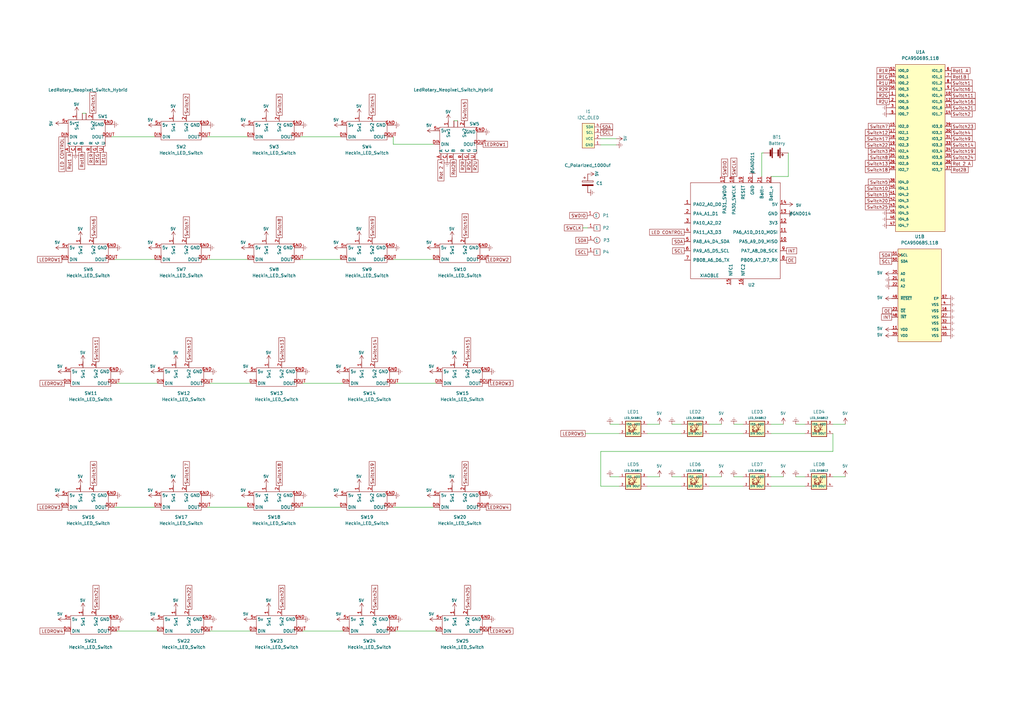
<source format=kicad_sch>
(kicad_sch (version 20211123) (generator eeschema)
  (paper "A3")
  (wire (pts (xy 323.342 72.39) (xy 323.342 62.738)))
  (wire (pts (xy 346.71 173.99) (xy 341.63 173.99)))
  (wire (pts (xy 341.63 177.8) (xy 341.63 185.166)))
  (wire (pts (xy 346.71 195.58) (xy 341.63 195.58)))
  (wire (pts (xy 45.72 56.134) (xy 63.5 56.134)))
  (wire (pts (xy 295.91 195.58) (xy 290.83 195.58)))
  (wire (pts (xy 86.106 157.226) (xy 102.616 157.226)))
  (wire (pts (xy 162.306 258.826) (xy 178.816 258.826)))
  (wire (pts (xy 239.014 93.472) (xy 241.046 93.472)))
  (wire (pts (xy 161.29 59.182) (xy 177.8 59.182)))
  (wire (pts (xy 85.09 56.134) (xy 101.6 56.134)))
  (wire (pts (xy 246.38 185.166) (xy 246.38 199.39)))
  (wire (pts (xy 321.31 173.99) (xy 316.23 173.99)))
  (wire (pts (xy 161.29 56.134) (xy 161.29 59.182)))
  (wire (pts (xy 161.29 106.426) (xy 177.8 106.426)))
  (wire (pts (xy 123.19 106.426) (xy 139.7 106.426)))
  (wire (pts (xy 124.206 157.226) (xy 140.716 157.226)))
  (wire (pts (xy 46.99 208.026) (xy 63.5 208.026)))
  (wire (pts (xy 275.59 173.99) (xy 279.4 173.99)))
  (wire (pts (xy 123.19 56.134) (xy 139.7 56.134)))
  (wire (pts (xy 252.73 59.436) (xy 246.38 59.436)))
  (wire (pts (xy 321.31 195.58) (xy 316.23 195.58)))
  (wire (pts (xy 250.19 195.58) (xy 254 195.58)))
  (wire (pts (xy 33.782 46.482) (xy 35.306 46.482)))
  (wire (pts (xy 326.39 173.99) (xy 330.2 173.99)))
  (wire (pts (xy 86.106 258.826) (xy 102.616 258.826)))
  (wire (pts (xy 290.83 199.39) (xy 304.8 199.39)))
  (wire (pts (xy 265.43 199.39) (xy 279.4 199.39)))
  (wire (pts (xy 326.39 195.58) (xy 330.2 195.58)))
  (wire (pts (xy 312.42 62.738) (xy 312.42 72.39)))
  (wire (pts (xy 300.99 173.99) (xy 304.8 173.99)))
  (wire (pts (xy 124.206 258.826) (xy 140.716 258.826)))
  (wire (pts (xy 265.43 177.8) (xy 279.4 177.8)))
  (wire (pts (xy 275.59 195.58) (xy 279.4 195.58)))
  (wire (pts (xy 46.99 106.426) (xy 63.5 106.426)))
  (wire (pts (xy 161.29 208.026) (xy 177.8 208.026)))
  (wire (pts (xy 162.306 157.226) (xy 178.816 157.226)))
  (wire (pts (xy 300.99 195.58) (xy 304.8 195.58)))
  (wire (pts (xy 316.23 72.39) (xy 323.342 72.39)))
  (wire (pts (xy 341.63 185.166) (xy 246.38 185.166)))
  (wire (pts (xy 186.182 49.53) (xy 187.706 49.53)))
  (wire (pts (xy 316.23 199.39) (xy 330.2 199.39)))
  (wire (pts (xy 290.83 177.8) (xy 304.8 177.8)))
  (wire (pts (xy 270.51 173.99) (xy 265.43 173.99)))
  (wire (pts (xy 48.006 258.826) (xy 64.516 258.826)))
  (wire (pts (xy 270.51 195.58) (xy 265.43 195.58)))
  (wire (pts (xy 85.09 208.026) (xy 101.6 208.026)))
  (wire (pts (xy 295.91 173.99) (xy 290.83 173.99)))
  (wire (pts (xy 246.38 199.39) (xy 254 199.39)))
  (wire (pts (xy 85.09 106.426) (xy 101.6 106.426)))
  (wire (pts (xy 48.006 157.226) (xy 64.516 157.226)))
  (wire (pts (xy 316.23 177.8) (xy 330.2 177.8)))
  (wire (pts (xy 313.182 62.738) (xy 312.42 62.738)))
  (wire (pts (xy 252.73 56.896) (xy 246.38 56.896)))
  (wire (pts (xy 250.19 173.99) (xy 254 173.99)))
  (wire (pts (xy 123.19 208.026) (xy 139.7 208.026)))
  (wire (pts (xy 240.03 177.8) (xy 254 177.8)))
  (global_label "Switch9" (shape passive) (at 390.144 56.896 0) (property "Intersheet References" "${INTERSHEET_REFS}" (effects hide)))
  (global_label "Switch4" (shape passive) (at 390.144 54.356 0) (property "Intersheet References" "${INTERSHEET_REFS}" (effects hide)))
  (global_label "Rot1B" (shape passive) (at 33.528 62.484 270) (property "Intersheet References" "${INTERSHEET_REFS}" (effects hide)))
  (global_label "R1G" (shape passive) (at 364.744 31.496 180) (property "Intersheet References" "${INTERSHEET_REFS}" (effects hide)))
  (global_label "Switch1" (shape passive) (at 390.144 34.036 0) (property "Intersheet References" "${INTERSHEET_REFS}" (effects hide)))
  (global_label "INT" (shape passive) (at 322.58 102.87 0) (property "Intersheet References" "${INTERSHEET_REFS}" (effects hide)))
  (global_label "Switch25" (shape passive) (at 191.77 249.936 90) (property "Intersheet References" "${INTERSHEET_REFS}" (effects hide)))
  (global_label "Switch22" (shape passive) (at 77.47 249.936 90) (property "Intersheet References" "${INTERSHEET_REFS}" (effects hide)))
  (global_label "OE" (shape passive) (at 322.58 106.68 0) (property "Intersheet References" "${INTERSHEET_REFS}" (effects hide)))
  (global_label "SWDIO" (shape passive) (at 297.18 72.39 90) (property "Intersheet References" "${INTERSHEET_REFS}" (effects hide)))
  (global_label "R1U" (shape passive) (at 42.418 62.484 270) (property "Intersheet References" "${INTERSHEET_REFS}" (effects hide)))
  (global_label "Switch19" (shape passive) (at 152.654 199.136 90) (property "Intersheet References" "${INTERSHEET_REFS}" (effects hide)))
  (global_label "SWCLK" (shape passive) (at 300.99 72.39 90) (property "Intersheet References" "${INTERSHEET_REFS}" (effects hide)))
  (global_label "Switch21" (shape passive) (at 39.37 249.936 90) (property "Intersheet References" "${INTERSHEET_REFS}" (effects hide)))
  (global_label "Switch22" (shape passive) (at 364.744 59.436 180) (property "Intersheet References" "${INTERSHEET_REFS}" (effects hide)))
  (global_label "OE" (shape passive) (at 365.76 127.508 180) (property "Intersheet References" "${INTERSHEET_REFS}" (effects hide)))
  (global_label "Switch24" (shape passive) (at 153.67 249.936 90) (property "Intersheet References" "${INTERSHEET_REFS}" (effects hide)))
  (global_label "Rot 2 A" (shape passive) (at 390.144 67.056 0) (property "Intersheet References" "${INTERSHEET_REFS}" (effects hide)))
  (global_label "R2G" (shape passive) (at 192.278 65.532 270) (property "Intersheet References" "${INTERSHEET_REFS}" (effects hide)))
  (global_label "Rot1B" (shape passive) (at 390.144 31.496 0) (property "Intersheet References" "${INTERSHEET_REFS}" (effects hide)))
  (global_label "Switch20" (shape passive) (at 190.754 199.136 90) (property "Intersheet References" "${INTERSHEET_REFS}" (effects hide)))
  (global_label "INT" (shape passive) (at 365.76 130.048 180) (property "Intersheet References" "${INTERSHEET_REFS}" (effects hide)))
  (global_label "LED CONTROL" (shape passive) (at 280.67 95.25 180) (property "Intersheet References" "${INTERSHEET_REFS}" (effects hide)))
  (global_label "Switch12" (shape passive) (at 77.47 148.336 90) (property "Intersheet References" "${INTERSHEET_REFS}" (effects hide)))
  (global_label "Switch16" (shape passive) (at 390.144 41.656 0) (property "Intersheet References" "${INTERSHEET_REFS}" (effects hide)))
  (global_label "Switch5" (shape passive) (at 364.744 74.676 180) (property "Intersheet References" "${INTERSHEET_REFS}" (effects hide)))
  (global_label "Switch21" (shape passive) (at 390.144 44.196 0) (property "Intersheet References" "${INTERSHEET_REFS}" (effects hide)))
  (global_label "Switch20" (shape passive) (at 364.744 82.296 180) (property "Intersheet References" "${INTERSHEET_REFS}" (effects hide)))
  (global_label "Switch14" (shape passive) (at 153.67 148.336 90) (property "Intersheet References" "${INTERSHEET_REFS}" (effects hide)))
  (global_label "Switch12" (shape passive) (at 364.744 54.356 180) (property "Intersheet References" "${INTERSHEET_REFS}" (effects hide)))
  (global_label "R2G" (shape passive) (at 364.744 39.116 180) (property "Intersheet References" "${INTERSHEET_REFS}" (effects hide)))
  (global_label "Switch7" (shape passive) (at 76.454 97.536 90) (property "Intersheet References" "${INTERSHEET_REFS}" (effects hide)))
  (global_label "Switch23" (shape passive) (at 390.144 51.816 0) (property "Intersheet References" "${INTERSHEET_REFS}" (effects hide)))
  (global_label "Switch25" (shape passive) (at 364.744 84.836 180) (property "Intersheet References" "${INTERSHEET_REFS}" (effects hide)))
  (global_label "LEDROW5" (shape passive) (at 240.03 177.8 180) (property "Intersheet References" "${INTERSHEET_REFS}" (effects hide)))
  (global_label "SCL" (shape passive) (at 280.67 102.87 180) (property "Intersheet References" "${INTERSHEET_REFS}" (effects hide)))
  (global_label "Switch24" (shape passive) (at 390.144 64.516 0) (property "Intersheet References" "${INTERSHEET_REFS}" (effects hide)))
  (global_label "Switch15" (shape passive) (at 191.77 148.336 90) (property "Intersheet References" "${INTERSHEET_REFS}" (effects hide)))
  (global_label "R2R" (shape passive) (at 189.738 65.532 270) (property "Intersheet References" "${INTERSHEET_REFS}" (effects hide)))
  (global_label "SDA" (shape passive) (at 241.046 98.552 180) (property "Intersheet References" "${INTERSHEET_REFS}" (effects hide)))
  (global_label "Rot2B" (shape passive) (at 185.928 65.532 270) (property "Intersheet References" "${INTERSHEET_REFS}" (effects hide)))
  (global_label "Switch9" (shape passive) (at 152.654 97.536 90) (property "Intersheet References" "${INTERSHEET_REFS}" (effects hide)))
  (global_label "LEDROW1" (shape passive) (at 198.12 59.182 0) (property "Intersheet References" "${INTERSHEET_REFS}" (effects hide)))
  (global_label "Switch6" (shape passive) (at 390.144 36.576 0) (property "Intersheet References" "${INTERSHEET_REFS}" (effects hide)))
  (global_label "Switch8" (shape passive) (at 114.554 97.536 90) (property "Intersheet References" "${INTERSHEET_REFS}" (effects hide)))
  (global_label "Switch1" (shape passive) (at 38.1 46.482 90) (property "Intersheet References" "${INTERSHEET_REFS}" (effects hide)))
  (global_label "Switch6" (shape passive) (at 38.354 97.536 90) (property "Intersheet References" "${INTERSHEET_REFS}" (effects hide)))
  (global_label "Switch10" (shape passive) (at 364.744 77.216 180) (property "Intersheet References" "${INTERSHEET_REFS}" (effects hide)))
  (global_label "Rot1 A" (shape passive) (at 390.144 28.956 0) (property "Intersheet References" "${INTERSHEET_REFS}" (effects hide)))
  (global_label "Switch16" (shape passive) (at 38.354 199.136 90) (property "Intersheet References" "${INTERSHEET_REFS}" (effects hide)))
  (global_label "Switch19" (shape passive) (at 390.144 61.976 0) (property "Intersheet References" "${INTERSHEET_REFS}" (effects hide)))
  (global_label "R1R" (shape passive) (at 37.338 62.484 270) (property "Intersheet References" "${INTERSHEET_REFS}" (effects hide)))
  (global_label "LEDROW2" (shape passive) (at 26.416 157.226 180) (property "Intersheet References" "${INTERSHEET_REFS}" (effects hide)))
  (global_label "Switch8" (shape passive) (at 364.744 64.516 180) (property "Intersheet References" "${INTERSHEET_REFS}" (effects hide)))
  (global_label "Switch7" (shape passive) (at 364.744 51.816 180) (property "Intersheet References" "${INTERSHEET_REFS}" (effects hide)))
  (global_label "Switch2" (shape passive) (at 390.144 46.736 0) (property "Intersheet References" "${INTERSHEET_REFS}" (effects hide)))
  (global_label "Switch10" (shape passive) (at 190.754 97.536 90) (property "Intersheet References" "${INTERSHEET_REFS}" (effects hide)))
  (global_label "R1G" (shape passive) (at 39.878 62.484 270) (property "Intersheet References" "${INTERSHEET_REFS}" (effects hide)))
  (global_label "SDA" (shape passive) (at 280.67 99.06 180) (property "Intersheet References" "${INTERSHEET_REFS}" (effects hide)))
  (global_label "LEDROW4" (shape passive) (at 199.39 208.026 0) (property "Intersheet References" "${INTERSHEET_REFS}" (effects hide)))
  (global_label "Switch4" (shape passive) (at 152.654 47.244 90) (property "Intersheet References" "${INTERSHEET_REFS}" (effects hide)))
  (global_label "Switch2" (shape passive) (at 76.454 47.244 90) (property "Intersheet References" "${INTERSHEET_REFS}" (effects hide)))
  (global_label "Switch5" (shape passive) (at 190.5 49.53 90) (property "Intersheet References" "${INTERSHEET_REFS}" (effects hide)))
  (global_label "Rot1 A" (shape passive) (at 28.448 62.484 270) (property "Intersheet References" "${INTERSHEET_REFS}" (effects hide)))
  (global_label "LEDROW5" (shape passive) (at 200.406 258.826 0) (property "Intersheet References" "${INTERSHEET_REFS}" (effects hide)))
  (global_label "Switch11" (shape passive) (at 390.144 39.116 0) (property "Intersheet References" "${INTERSHEET_REFS}" (effects hide)))
  (global_label "LEDROW4" (shape passive) (at 26.416 258.826 180) (property "Intersheet References" "${INTERSHEET_REFS}" (effects hide)))
  (global_label "LEDROW3" (shape passive) (at 25.4 208.026 180) (property "Intersheet References" "${INTERSHEET_REFS}" (effects hide)))
  (global_label "Switch15" (shape passive) (at 364.744 79.756 180) (property "Intersheet References" "${INTERSHEET_REFS}" (effects hide)))
  (global_label "Switch23" (shape passive) (at 115.57 249.936 90) (property "Intersheet References" "${INTERSHEET_REFS}" (effects hide)))
  (global_label "LEDROW3" (shape passive) (at 200.406 157.226 0) (property "Intersheet References" "${INTERSHEET_REFS}" (effects hide)))
  (global_label "SCL" (shape passive) (at 246.38 54.356 0) (property "Intersheet References" "${INTERSHEET_REFS}" (effects hide)))
  (global_label "Switch11" (shape passive) (at 39.37 148.336 90) (property "Intersheet References" "${INTERSHEET_REFS}" (effects hide)))
  (global_label "Switch18" (shape passive) (at 364.744 69.596 180) (property "Intersheet References" "${INTERSHEET_REFS}" (effects hide)))
  (global_label "Switch17" (shape passive) (at 364.744 56.896 180) (property "Intersheet References" "${INTERSHEET_REFS}" (effects hide)))
  (global_label "Switch13" (shape passive) (at 364.744 67.056 180) (property "Intersheet References" "${INTERSHEET_REFS}" (effects hide)))
  (global_label "SDA" (shape passive) (at 246.38 52.07 0) (property "Intersheet References" "${INTERSHEET_REFS}" (effects hide)))
  (global_label "R2U" (shape passive) (at 194.818 65.532 270) (property "Intersheet References" "${INTERSHEET_REFS}" (effects hide)))
  (global_label "R2U" (shape passive) (at 364.744 41.656 180) (property "Intersheet References" "${INTERSHEET_REFS}" (effects hide)))
  (global_label "SDA" (shape passive) (at 365.76 104.648 180) (property "Intersheet References" "${INTERSHEET_REFS}" (effects hide)))
  (global_label "SCL" (shape passive) (at 365.76 107.188 180) (property "Intersheet References" "${INTERSHEET_REFS}" (effects hide)))
  (global_label "LEDROW1" (shape passive) (at 25.4 106.426 180) (property "Intersheet References" "${INTERSHEET_REFS}" (effects hide)))
  (global_label "LED CONTROL" (shape passive) (at 25.4 56.134 270) (property "Intersheet References" "${INTERSHEET_REFS}" (effects hide)))
  (global_label "LEDROW2" (shape passive) (at 199.39 106.426 0) (property "Intersheet References" "${INTERSHEET_REFS}" (effects hide)))
  (global_label "Switch13" (shape passive) (at 115.57 148.336 90) (property "Intersheet References" "${INTERSHEET_REFS}" (effects hide)))
  (global_label "Switch17" (shape passive) (at 76.454 199.136 90) (property "Intersheet References" "${INTERSHEET_REFS}" (effects hide)))
  (global_label "R1U" (shape passive) (at 364.744 34.036 180) (property "Intersheet References" "${INTERSHEET_REFS}" (effects hide)))
  (global_label "Rot 2 A" (shape passive) (at 180.848 65.532 270) (property "Intersheet References" "${INTERSHEET_REFS}" (effects hide)))
  (global_label "Switch3" (shape passive) (at 114.554 47.244 90) (property "Intersheet References" "${INTERSHEET_REFS}" (effects hide)))
  (global_label "Rot2B" (shape passive) (at 390.144 69.596 0) (property "Intersheet References" "${INTERSHEET_REFS}" (effects hide)))
  (global_label "Switch14" (shape passive) (at 390.144 59.436 0) (property "Intersheet References" "${INTERSHEET_REFS}" (effects hide)))
  (global_label "R2R" (shape passive) (at 364.744 36.576 180) (property "Intersheet References" "${INTERSHEET_REFS}" (effects hide)))
  (global_label "Switch18" (shape passive) (at 114.554 199.136 90) (property "Intersheet References" "${INTERSHEET_REFS}" (effects hide)))
  (global_label "SWDIO" (shape passive) (at 240.792 88.392 180) (property "Intersheet References" "${INTERSHEET_REFS}" (effects hide)))
  (global_label "SCL" (shape passive) (at 241.046 103.378 180) (property "Intersheet References" "${INTERSHEET_REFS}" (effects hide)))
  (global_label "SWCLK" (shape passive) (at 239.014 93.472 180) (property "Intersheet References" "${INTERSHEET_REFS}" (effects hide)))
  (global_label "Switch3" (shape passive) (at 364.744 61.976 180) (property "Intersheet References" "${INTERSHEET_REFS}" (effects hide)))
  (global_label "R1R" (shape passive) (at 364.744 28.956 180) (property "Intersheet References" "${INTERSHEET_REFS}" (effects hide)))
  (symbol (lib_id "Custom:Heckin_LED_Switch") (at 187.706 209.296 0) (unit 1)
    (property "Reference" "SW20" (at 188.6204 212.09 0))
    (property "Value" "Heckin_LED_Switch" (at 188.6204 214.63 0))
    (property "Footprint" "Custom:xX_Super_Heckin_Valid_MX_CHOC_SK6812MINIE_ONESIDE_KEYSWITCH_UwU_Xx" (effects hide))
  )
  (symbol (lib_id "power:Earth") (at 388.62 122.428 90) (unit 1)
    (property "Reference" "#GND024" (effects hide))
    (property "Value" "Earth" (effects hide))
  )
  (symbol (lib_id "power:Earth") (at 388.62 132.588 90) (unit 1)
    (property "Reference" "#GND028" (effects hide))
    (property "Value" "Earth" (effects hide))
  )
  (symbol (lib_id "SparkFun-PowerSymbols:5V") (at 72.136 249.936 0) (unit 1)
    (property "Reference" "#SUPPLY055" (effects hide))
    (property "Value" "5V" (at 70.866 246.888 0) (effects (font (size 1.143 1.143)) (justify left bottom)))
    (property "Footprint" "XXX-00000" (effects hide))
  )
  (symbol (lib_id "power:Earth") (at 46.99 101.6 90) (unit 1)
    (property "Reference" "#GND017" (effects hide))
    (property "Value" "Earth" (effects hide))
  )
  (symbol (lib_id "SparkFun-PowerSymbols:5V") (at 101.6 101.6 90) (unit 1)
    (property "Reference" "#SUPPLY019" (effects hide))
    (property "Value" "5V" (at 100.838 98.806 90) (effects (font (size 1.143 1.143)) (justify left bottom)))
    (property "Footprint" "XXX-00000" (effects hide))
  )
  (symbol (lib_id "SparkFun-PowerSymbols:5V") (at 101.6 203.2 90) (unit 1)
    (property "Reference" "#SUPPLY051" (effects hide))
    (property "Value" "5V" (at 100.838 200.406 90) (effects (font (size 1.143 1.143)) (justify left bottom)))
    (property "Footprint" "XXX-00000" (effects hide))
  )
  (symbol (lib_id "Custom:Pin_S") (at 244.856 93.472 0) (unit 1)
    (property "Reference" "P2" (at 247.142 93.4719 0) (effects (justify left)))
    (property "Value" "Pin_S" (effects hide))
    (property "Footprint" "TestPoint:TestPoint_THTPad_2.0x2.0mm_Drill1.0mm" (effects hide))
  )
  (symbol (lib_id "SparkFun-PowerSymbols:5V") (at 109.22 47.244 0) (unit 1)
    (property "Reference" "#SUPPLY03" (effects hide))
    (property "Value" "5V" (at 107.95 44.196 0) (effects (font (size 1.143 1.143)) (justify left bottom)))
    (property "Footprint" "XXX-00000" (effects hide))
  )
  (symbol (lib_id "power:Earth") (at 308.61 72.39 180) (unit 1)
    (property "Reference" "#GND011" (at 308.61 66.802 90))
    (property "Value" "Earth" (effects hide))
  )
  (symbol (lib_id "SparkFun-PowerSymbols:5V") (at 147.32 47.244 0) (unit 1)
    (property "Reference" "#SUPPLY04" (effects hide))
    (property "Value" "5V" (at 146.05 44.196 0) (effects (font (size 1.143 1.143)) (justify left bottom)))
    (property "Footprint" "XXX-00000" (effects hide))
  )
  (symbol (lib_id "SparkFun-PowerSymbols:5V") (at 365.76 135.128 90) (unit 1)
    (property "Reference" "#SUPPLY024" (effects hide))
    (property "Value" "5V" (at 361.95 134.112 90) (effects (font (size 1.143 1.143)) (justify left bottom)))
    (property "Footprint" "XXX-00000" (effects hide))
  )
  (symbol (lib_id "eec:PCA9506BS,118") (at 362.204 28.956 0) (unit 1)
    (property "Reference" "U1" (at 377.444 21.336 0))
    (property "Value" "PCA9506BS,118" (at 377.444 23.876 0))
    (property "Footprint" "eec:NXP_Semiconductors-PCA9506BS,118-Manufacturer_Recommended" (effects hide))
    (property "Datasheet" "http://www.nxp.com/documents/data_sheet/PCA9505_9506.pdf" (effects hide))
    (property "Component Link 1 Description" "Manufacturer URL" (effects hide))
    (property "Component Link 1 URL" "http://www.nxp.com/" (effects hide))
    (property "Component Link 3 Description" "Package Specification" (effects hide))
    (property "Component Link 3 URL" "http://www.nxp.com/documents/outline_drawing/sot684-1_po.pdf" (effects hide))
    (property "Datasheet Version" "Rev. 4" (effects hide))
    (property "IDD 5 5 V" "300 uA Max." (effects hide))
    (property "Mounting Technology" "Surface Mount" (effects hide))
    (property "Nr of Bits" "40" (effects hide))
    (property "Operating Temperature Range" "-40 to 85 degC" (effects hide))
    (property "Package Description" "56-Pin Plastic Thermal Enhanced Very Thin Quad Flat Package, Body 8 x 8 mm, Pitch 0.50 mm" (effects hide))
    (property "Package Version" "Oct-02" (effects hide))
    (property "Packing" "Reel" (effects hide))
    (property "VDD" "2.3 to 5.5 V" (effects hide))
    (property "category" "IC" (effects hide))
    (property "ciiva ids" "1226981" (effects hide))
    (property "library id" "b50e519592e36b96" (effects hide))
    (property "manufacturer" "NXP Semiconductors" (effects hide))
    (property "release date" "1415010239" (effects hide))
    (property "rohs" "Yes" (effects hide))
    (property "vault revision" "B96E29AF-AB9F-4E9A-A7E6-423498F1ED1F" (effects hide))
    (property "fSCLFast mode" "400 kHz Max." (effects hide))
    (property "fSCLStandard mode" "100 kHz Max." (effects hide))
    (property "imported" "yes" (effects hide))
  )
  (symbol (lib_id "power:Earth") (at 162.306 152.4 90) (unit 1)
    (property "Reference" "#GND034" (effects hide))
    (property "Value" "Earth" (effects hide))
  )
  (symbol (lib_id "SparkFun-PowerSymbols:5V") (at 365.76 112.268 90) (unit 1)
    (property "Reference" "#SUPPLY022" (effects hide))
    (property "Value" "5V" (at 361.95 111.252 90) (effects (font (size 1.143 1.143)) (justify left bottom)))
    (property "Footprint" "XXX-00000" (effects hide))
  )
  (symbol (lib_id "Seeeduino XIAO:XIAOBLE") (at 302.26 95.25 0) (unit 1)
    (property "Reference" "U2" (at 306.8194 116.84 0) (effects (justify left)))
    (property "Value" "XIAOBLE" (at 287.02 113.03 0) (effects (justify left)))
    (property "Footprint" "Seeeduino XIAO KICAD:Seeeduino XIAO-MOUDLE14P-2.54-21X17.8MM" (effects hide))
  )
  (symbol (lib_id "SparkFun-PowerSymbols:5V") (at 148.336 148.336 0) (unit 1)
    (property "Reference" "#SUPPLY029" (effects hide))
    (property "Value" "5V" (at 147.066 145.288 0) (effects (font (size 1.143 1.143)) (justify left bottom)))
    (property "Footprint" "XXX-00000" (effects hide))
  )
  (symbol (lib_id "SparkFun-PowerSymbols:5V") (at 185.42 97.536 0) (unit 1)
    (property "Reference" "#SUPPLY016" (effects hide))
    (property "Value" "5V" (at 184.15 94.488 0) (effects (font (size 1.143 1.143)) (justify left bottom)))
    (property "Footprint" "XXX-00000" (effects hide))
  )
  (symbol (lib_id "power:Earth") (at 30.988 62.484 0) (unit 1)
    (property "Reference" "#GND09" (effects hide))
    (property "Value" "Earth" (effects hide))
  )
  (symbol (lib_id "power:Earth") (at 388.62 127.508 90) (unit 1)
    (property "Reference" "#GND026" (effects hide))
    (property "Value" "Earth" (effects hide))
  )
  (symbol (lib_id "Custom:LED_SK6812") (at 261.62 199.39 0) (unit 1)
    (property "Reference" "LED5" (at 259.715 190.5 0))
    (property "Value" "LED_SK6812" (at 259.715 193.04 0) (effects (font (size 0.8 0.8))))
    (property "Footprint" "Custom:Neopixel 2040" (effects hide))
    (property "Datasheet" "https://cdn-shop.adafruit.com/product-files/1138/SK6812+LED+datasheet+.pdf" (effects hide))
  )
  (symbol (lib_id "power:Earth") (at 241.046 78.994 90) (unit 1)
    (property "Reference" "#GND012" (effects hide))
    (property "Value" "Earth" (effects hide))
  )
  (symbol (lib_id "Custom:Heckin_LED_Switch") (at 36.322 260.096 0) (unit 1)
    (property "Reference" "SW21" (at 37.2364 262.89 0))
    (property "Value" "Heckin_LED_Switch" (at 37.2364 265.43 0))
    (property "Footprint" "Custom:xX_Super_Heckin_Valid_MX_CHOC_SK6812MINIE_ONESIDE_KEYSWITCH_UwU_Xx" (effects hide))
  )
  (symbol (lib_id "SparkFun-PowerSymbols:5V") (at 31.496 46.482 0) (unit 1)
    (property "Reference" "#SUPPLY01" (effects hide))
    (property "Value" "5V" (at 30.226 43.434 0) (effects (font (size 1.143 1.143)) (justify left bottom)))
    (property "Footprint" "XXX-00000" (effects hide))
  )
  (symbol (lib_id "Custom:Heckin_LED_Switch") (at 150.622 158.496 0) (unit 1)
    (property "Reference" "SW14" (at 151.5364 161.29 0))
    (property "Value" "Heckin_LED_Switch" (at 151.5364 163.83 0))
    (property "Footprint" "Custom:xX_Super_Heckin_Valid_MX_CHOC_SK6812MINIE_ONESIDE_KEYSWITCH_UwU_Xx" (effects hide))
  )
  (symbol (lib_id "Custom:Heckin_LED_Switch") (at 73.406 209.296 0) (unit 1)
    (property "Reference" "SW17" (at 74.3204 212.09 0))
    (property "Value" "Heckin_LED_Switch" (at 74.3204 214.63 0))
    (property "Footprint" "Custom:xX_Super_Heckin_Valid_MX_CHOC_SK6812MINIE_ONESIDE_KEYSWITCH_UwU_Xx" (effects hide))
  )
  (symbol (lib_id "SparkFun-PowerSymbols:5V") (at 34.036 249.936 0) (unit 1)
    (property "Reference" "#SUPPLY054" (effects hide))
    (property "Value" "5V" (at 32.766 246.888 0) (effects (font (size 1.143 1.143)) (justify left bottom)))
    (property "Footprint" "XXX-00000" (effects hide))
  )
  (symbol (lib_id "power:Earth") (at 365.76 117.348 270) (unit 1)
    (property "Reference" "#GND023" (effects hide))
    (property "Value" "Earth" (effects hide))
  )
  (symbol (lib_id "SparkFun-PowerSymbols:5V") (at 71.12 199.136 0) (unit 1)
    (property "Reference" "#SUPPLY045" (effects hide))
    (property "Value" "5V" (at 69.85 196.088 0) (effects (font (size 1.143 1.143)) (justify left bottom)))
    (property "Footprint" "XXX-00000" (effects hide))
  )
  (symbol (lib_id "power:Earth") (at 364.744 46.736 270) (unit 1)
    (property "Reference" "#GND02" (effects hide))
    (property "Value" "Earth" (effects hide))
  )
  (symbol (lib_id "SparkFun-PowerSymbols:5V") (at 25.4 50.546 90) (unit 1)
    (property "Reference" "#SUPPLY06" (effects hide))
    (property "Value" "5V" (at 21.59 51.816 0) (effects (font (size 1.143 1.143)) (justify left bottom)))
    (property "Footprint" "XXX-00000" (effects hide))
  )
  (symbol (lib_id "SparkFun-PowerSymbols:5V") (at 63.5 101.6 90) (unit 1)
    (property "Reference" "#SUPPLY018" (effects hide))
    (property "Value" "5V" (at 62.738 98.806 90) (effects (font (size 1.143 1.143)) (justify left bottom)))
    (property "Footprint" "XXX-00000" (effects hide))
  )
  (symbol (lib_id "SparkFun-PowerSymbols:5V") (at 148.336 249.936 0) (unit 1)
    (property "Reference" "#SUPPLY057" (effects hide))
    (property "Value" "5V" (at 147.066 246.888 0) (effects (font (size 1.143 1.143)) (justify left bottom)))
    (property "Footprint" "XXX-00000" (effects hide))
  )
  (symbol (lib_id "power:Earth") (at 250.19 173.99 180) (unit 1)
    (property "Reference" "#GND0105" (effects hide))
    (property "Value" "Earth" (effects hide))
  )
  (symbol (lib_id "SparkFun-PowerSymbols:5V") (at 34.036 148.336 0) (unit 1)
    (property "Reference" "#SUPPLY026" (effects hide))
    (property "Value" "5V" (at 32.766 145.288 0) (effects (font (size 1.143 1.143)) (justify left bottom)))
    (property "Footprint" "XXX-00000" (effects hide))
  )
  (symbol (lib_id "power:Earth") (at 86.106 152.4 90) (unit 1)
    (property "Reference" "#GND032" (effects hide))
    (property "Value" "Earth" (effects hide))
  )
  (symbol (lib_id "power:Earth") (at 86.106 254 90) (unit 1)
    (property "Reference" "#GND042" (effects hide))
    (property "Value" "Earth" (effects hide))
  )
  (symbol (lib_id "Custom:LedRotary_Neopixel_Switch_Hybrid") (at 35.56 56.134 0) (unit 1)
    (property "Reference" "SW1" (at 42.164 47.752 0))
    (property "Value" "LedRotary_Neopixel_Switch_Hybrid" (at 36.068 36.8808 0))
    (property "Footprint" "Custom:xX_Super_Heckin_Valid_LED_Rotory_Neopixel_Kailh_MX_Keyswitch_UwU_Xx" (effects hide))
  )
  (symbol (lib_id "SparkFun-PowerSymbols:5V") (at 365.76 122.428 90) (unit 1)
    (property "Reference" "#SUPPLY023" (effects hide))
    (property "Value" "5V" (at 361.95 121.412 90) (effects (font (size 1.143 1.143)) (justify left bottom)))
    (property "Footprint" "XXX-00000" (effects hide))
  )
  (symbol (lib_id "power:Earth") (at 85.09 203.2 90) (unit 1)
    (property "Reference" "#GND037" (effects hide))
    (property "Value" "Earth" (effects hide))
  )
  (symbol (lib_id "SparkFun-PowerSymbols:5V") (at 252.73 56.896 270) (unit 1)
    (property "Reference" "#SUPPLY0101" (effects hide))
    (property "Value" "5V" (at 255.778 55.626 0) (effects (font (size 1.143 1.143)) (justify left bottom)))
    (property "Footprint" "XXX-00000" (effects hide))
  )
  (symbol (lib_id "power:Earth") (at 275.59 195.58 180) (unit 1)
    (property "Reference" "#GND0108" (effects hide))
    (property "Value" "Earth" (effects hide))
  )
  (symbol (lib_id "power:Earth") (at 250.19 195.58 180) (unit 1)
    (property "Reference" "#GND0107" (effects hide))
    (property "Value" "Earth" (effects hide))
  )
  (symbol (lib_id "Custom:Heckin_LED_Switch") (at 149.606 107.696 0) (unit 1)
    (property "Reference" "SW9" (at 150.5204 110.49 0))
    (property "Value" "Heckin_LED_Switch" (at 150.5204 113.03 0))
    (property "Footprint" "Custom:xX_Super_Heckin_Valid_MX_CHOC_SK6812MINIE_ONESIDE_KEYSWITCH_UwU_Xx" (effects hide))
  )
  (symbol (lib_id "Custom:LED_SK6812") (at 337.82 177.8 0) (unit 1)
    (property "Reference" "LED4" (at 335.915 168.91 0))
    (property "Value" "LED_SK6812" (at 335.915 171.45 0) (effects (font (size 0.8 0.8))))
    (property "Footprint" "Custom:Neopixel 2040" (effects hide))
    (property "Datasheet" "https://cdn-shop.adafruit.com/product-files/1138/SK6812+LED+datasheet+.pdf" (effects hide))
  )
  (symbol (lib_id "power:Earth") (at 123.19 101.6 90) (unit 1)
    (property "Reference" "#GND019" (effects hide))
    (property "Value" "Earth" (effects hide))
  )
  (symbol (lib_id "power:Earth") (at 364.744 87.376 270) (unit 1)
    (property "Reference" "#GND013" (effects hide))
    (property "Value" "Earth" (effects hide))
  )
  (symbol (lib_id "power:Earth") (at 275.59 173.99 180) (unit 1)
    (property "Reference" "#GND0106" (effects hide))
    (property "Value" "Earth" (effects hide))
  )
  (symbol (lib_id "power:Earth") (at 85.09 101.6 90) (unit 1)
    (property "Reference" "#GND018" (effects hide))
    (property "Value" "Earth" (effects hide))
  )
  (symbol (lib_id "SparkFun-PowerSymbols:5V") (at 139.7 203.2 90) (unit 1)
    (property "Reference" "#SUPPLY052" (effects hide))
    (property "Value" "5V" (at 138.938 200.406 90) (effects (font (size 1.143 1.143)) (justify left bottom)))
    (property "Footprint" "XXX-00000" (effects hide))
  )
  (symbol (lib_id "SparkFun-PowerSymbols:5V") (at 64.516 254 90) (unit 1)
    (property "Reference" "#SUPPLY060" (effects hide))
    (property "Value" "5V" (at 63.754 251.206 90) (effects (font (size 1.143 1.143)) (justify left bottom)))
    (property "Footprint" "XXX-00000" (effects hide))
  )
  (symbol (lib_id "SparkFun-PowerSymbols:5V") (at 346.71 195.58 0) (unit 1)
    (property "Reference" "#SUPPLY043" (effects hide))
    (property "Value" "5V" (at 345.44 191.77 0) (effects (font (size 1.143 1.143)) (justify left bottom)))
    (property "Footprint" "XXX-00000" (effects hide))
  )
  (symbol (lib_id "Custom:Heckin_LED_Switch") (at 150.622 260.096 0) (unit 1)
    (property "Reference" "SW24" (at 151.5364 262.89 0))
    (property "Value" "Heckin_LED_Switch" (at 151.5364 265.43 0))
    (property "Footprint" "Custom:xX_Super_Heckin_Valid_MX_CHOC_SK6812MINIE_ONESIDE_KEYSWITCH_UwU_Xx" (effects hide))
  )
  (symbol (lib_id "SparkFun-PowerSymbols:5V") (at 186.436 249.936 0) (unit 1)
    (property "Reference" "#SUPPLY058" (effects hide))
    (property "Value" "5V" (at 185.166 246.888 0) (effects (font (size 1.143 1.143)) (justify left bottom)))
    (property "Footprint" "XXX-00000" (effects hide))
  )
  (symbol (lib_id "Custom:LED_SK6812") (at 287.02 177.8 0) (unit 1)
    (property "Reference" "LED2" (at 285.115 168.91 0))
    (property "Value" "LED_SK6812" (at 285.115 171.45 0) (effects (font (size 0.8 0.8))))
    (property "Footprint" "Custom:Neopixel 2040" (effects hide))
    (property "Datasheet" "https://cdn-shop.adafruit.com/product-files/1138/SK6812+LED+datasheet+.pdf" (effects hide))
  )
  (symbol (lib_id "power:Earth") (at 388.62 135.128 90) (unit 1)
    (property "Reference" "#GND029" (effects hide))
    (property "Value" "Earth" (effects hide))
  )
  (symbol (lib_id "eec:PCA9506BS,118") (at 363.22 104.648 0) (unit 2)
    (property "Reference" "U1" (at 377.19 97.028 0))
    (property "Value" "PCA9506BS,118" (at 377.19 99.568 0))
    (property "Footprint" "eec:NXP_Semiconductors-PCA9506BS,118-Manufacturer_Recommended" (effects hide))
    (property "Datasheet" "http://www.nxp.com/documents/data_sheet/PCA9505_9506.pdf" (effects hide))
    (property "Component Link 1 Description" "Manufacturer URL" (effects hide))
    (property "Component Link 1 URL" "http://www.nxp.com/" (effects hide))
    (property "Component Link 3 Description" "Package Specification" (effects hide))
    (property "Component Link 3 URL" "http://www.nxp.com/documents/outline_drawing/sot684-1_po.pdf" (effects hide))
    (property "Datasheet Version" "Rev. 4" (effects hide))
    (property "IDD 5 5 V" "300 uA Max." (effects hide))
    (property "Mounting Technology" "Surface Mount" (effects hide))
    (property "Nr of Bits" "40" (effects hide))
    (property "Operating Temperature Range" "-40 to 85 degC" (effects hide))
    (property "Package Description" "56-Pin Plastic Thermal Enhanced Very Thin Quad Flat Package, Body 8 x 8 mm, Pitch 0.50 mm" (effects hide))
    (property "Package Version" "Oct-02" (effects hide))
    (property "Packing" "Reel" (effects hide))
    (property "VDD" "2.3 to 5.5 V" (effects hide))
    (property "category" "IC" (effects hide))
    (property "ciiva ids" "1226981" (effects hide))
    (property "library id" "b50e519592e36b96" (effects hide))
    (property "manufacturer" "NXP Semiconductors" (effects hide))
    (property "release date" "1415010239" (effects hide))
    (property "rohs" "Yes" (effects hide))
    (property "vault revision" "B96E29AF-AB9F-4E9A-A7E6-423498F1ED1F" (effects hide))
    (property "fSCLFast mode" "400 kHz Max." (effects hide))
    (property "fSCLStandard mode" "100 kHz Max." (effects hide))
    (property "imported" "yes" (effects hide))
  )
  (symbol (lib_id "SparkFun-PowerSymbols:5V") (at 63.5 203.2 90) (unit 1)
    (property "Reference" "#SUPPLY050" (effects hide))
    (property "Value" "5V" (at 62.738 200.406 90) (effects (font (size 1.143 1.143)) (justify left bottom)))
    (property "Footprint" "XXX-00000" (effects hide))
  )
  (symbol (lib_id "Device:C_Polarized") (at 241.046 75.184 0) (unit 1)
    (property "Reference" "C1" (at 245.872 75.184 0))
    (property "Value" "C_Polarized_1000uf" (at 241.046 67.818 0))
    (property "Footprint" "Capacitors:1210" (effects hide))
  )
  (symbol (lib_id "Custom:Heckin_LED_Switch") (at 188.722 158.496 0) (unit 1)
    (property "Reference" "SW15" (at 189.6364 161.29 0))
    (property "Value" "Heckin_LED_Switch" (at 189.6364 163.83 0))
    (property "Footprint" "Custom:xX_Super_Heckin_Valid_MX_CHOC_SK6812MINIE_ONESIDE_KEYSWITCH_UwU_Xx" (effects hide))
  )
  (symbol (lib_id "SparkFun-PowerSymbols:5V") (at 33.02 199.136 0) (unit 1)
    (property "Reference" "#SUPPLY044" (effects hide))
    (property "Value" "5V" (at 31.75 196.088 0) (effects (font (size 1.143 1.143)) (justify left bottom)))
    (property "Footprint" "XXX-00000" (effects hide))
  )
  (symbol (lib_id "Custom:LED_SK6812") (at 287.02 199.39 0) (unit 1)
    (property "Reference" "LED6" (at 285.115 190.5 0))
    (property "Value" "LED_SK6812" (at 285.115 193.04 0) (effects (font (size 0.8 0.8))))
    (property "Footprint" "Custom:Neopixel 2040" (effects hide))
    (property "Datasheet" "https://cdn-shop.adafruit.com/product-files/1138/SK6812+LED+datasheet+.pdf" (effects hide))
  )
  (symbol (lib_id "SparkFun-PowerSymbols:5V") (at 140.716 152.4 90) (unit 1)
    (property "Reference" "#SUPPLY034" (effects hide))
    (property "Value" "5V" (at 139.954 149.606 90) (effects (font (size 1.143 1.143)) (justify left bottom)))
    (property "Footprint" "XXX-00000" (effects hide))
  )
  (symbol (lib_id "Custom:Heckin_LED_Switch") (at 74.422 158.496 0) (unit 1)
    (property "Reference" "SW12" (at 75.3364 161.29 0))
    (property "Value" "Heckin_LED_Switch" (at 75.3364 163.83 0))
    (property "Footprint" "Custom:xX_Super_Heckin_Valid_MX_CHOC_SK6812MINIE_ONESIDE_KEYSWITCH_UwU_Xx" (effects hide))
  )
  (symbol (lib_id "SparkFun-PowerSymbols:5V") (at 71.12 47.244 0) (unit 1)
    (property "Reference" "#SUPPLY02" (effects hide))
    (property "Value" "5V" (at 69.85 44.196 0) (effects (font (size 1.143 1.143)) (justify left bottom)))
    (property "Footprint" "XXX-00000" (effects hide))
  )
  (symbol (lib_id "Custom:Heckin_LED_Switch") (at 111.506 57.404 0) (unit 1)
    (property "Reference" "SW3" (at 112.4204 60.198 0))
    (property "Value" "Heckin_LED_Switch" (at 112.4204 62.738 0))
    (property "Footprint" "Custom:xX_Super_Heckin_Valid_MX_CHOC_SK6812MINIE_ONESIDE_KEYSWITCH_UwU_Xx" (effects hide))
  )
  (symbol (lib_id "Custom:LED_SK6812") (at 337.82 199.39 0) (unit 1)
    (property "Reference" "LED8" (at 335.915 190.5 0))
    (property "Value" "LED_SK6812" (at 335.915 193.04 0) (effects (font (size 0.8 0.8))))
    (property "Footprint" "Custom:Neopixel 2040" (effects hide))
    (property "Datasheet" "https://cdn-shop.adafruit.com/product-files/1138/SK6812+LED+datasheet+.pdf" (effects hide))
  )
  (symbol (lib_id "SparkFun-PowerSymbols:5V") (at 177.8 53.594 90) (unit 1)
    (property "Reference" "#SUPPLY010" (effects hide))
    (property "Value" "5V" (at 177.038 50.8 90) (effects (font (size 1.143 1.143)) (justify left bottom)))
    (property "Footprint" "XXX-00000" (effects hide))
  )
  (symbol (lib_id "SparkFun-PowerSymbols:5V") (at 26.416 152.4 90) (unit 1)
    (property "Reference" "#SUPPLY031" (effects hide))
    (property "Value" "5V" (at 25.654 149.606 90) (effects (font (size 1.143 1.143)) (justify left bottom)))
    (property "Footprint" "XXX-00000" (effects hide))
  )
  (symbol (lib_id "SparkFun-PowerSymbols:5V") (at 101.6 51.308 90) (unit 1)
    (property "Reference" "#SUPPLY08" (effects hide))
    (property "Value" "5V" (at 100.838 48.514 90) (effects (font (size 1.143 1.143)) (justify left bottom)))
    (property "Footprint" "XXX-00000" (effects hide))
  )
  (symbol (lib_id "power:Earth") (at 162.306 254 90) (unit 1)
    (property "Reference" "#GND044" (effects hide))
    (property "Value" "Earth" (effects hide))
  )
  (symbol (lib_id "SparkFun-PowerSymbols:5V") (at 25.4 203.2 90) (unit 1)
    (property "Reference" "#SUPPLY049" (effects hide))
    (property "Value" "5V" (at 24.638 200.406 90) (effects (font (size 1.143 1.143)) (justify left bottom)))
    (property "Footprint" "XXX-00000" (effects hide))
  )
  (symbol (lib_id "Custom:LED_SK6812") (at 261.62 177.8 0) (unit 1)
    (property "Reference" "LED1" (at 259.715 168.91 0))
    (property "Value" "LED_SK6812" (at 259.715 171.45 0) (effects (font (size 0.8 0.8))))
    (property "Footprint" "Custom:Neopixel 2040" (effects hide))
    (property "Datasheet" "https://cdn-shop.adafruit.com/product-files/1138/SK6812+LED+datasheet+.pdf" (effects hide))
  )
  (symbol (lib_id "power:Earth") (at 48.006 254 90) (unit 1)
    (property "Reference" "#GND041" (effects hide))
    (property "Value" "Earth" (effects hide))
  )
  (symbol (lib_id "power:Earth") (at 252.73 59.436 90) (unit 1)
    (property "Reference" "#GND08" (effects hide))
    (property "Value" "Earth" (effects hide))
  )
  (symbol (lib_id "power:Earth") (at 198.12 54.102 90) (unit 1)
    (property "Reference" "#GND07" (effects hide))
    (property "Value" "Earth" (effects hide))
  )
  (symbol (lib_id "SparkFun-PowerSymbols:5V") (at 241.046 71.374 270) (unit 1)
    (property "Reference" "#SUPPLY0102" (effects hide))
    (property "Value" "5V" (at 244.094 70.104 0) (effects (font (size 1.143 1.143)) (justify left bottom)))
    (property "Footprint" "XXX-00000" (effects hide))
  )
  (symbol (lib_id "power:Earth") (at 388.62 137.668 90) (unit 1)
    (property "Reference" "#GND030" (effects hide))
    (property "Value" "Earth" (effects hide))
  )
  (symbol (lib_id "power:Earth") (at 161.29 101.6 90) (unit 1)
    (property "Reference" "#GND020" (effects hide))
    (property "Value" "Earth" (effects hide))
  )
  (symbol (lib_id "SparkFun-PowerSymbols:5V") (at 183.896 49.53 0) (unit 1)
    (property "Reference" "#SUPPLY05" (effects hide))
    (property "Value" "5V" (at 182.626 46.482 0) (effects (font (size 1.143 1.143)) (justify left bottom)))
    (property "Footprint" "XXX-00000" (effects hide))
  )
  (symbol (lib_id "SparkFun-PowerSymbols:5V") (at 110.236 148.336 0) (unit 1)
    (property "Reference" "#SUPPLY028" (effects hide))
    (property "Value" "5V" (at 108.966 145.288 0) (effects (font (size 1.143 1.143)) (justify left bottom)))
    (property "Footprint" "XXX-00000" (effects hide))
  )
  (symbol (lib_id "power:Earth") (at 365.76 114.808 270) (unit 1)
    (property "Reference" "#GND022" (effects hide))
    (property "Value" "Earth" (effects hide))
  )
  (symbol (lib_id "SparkFun-PowerSymbols:5V") (at 33.02 97.536 0) (unit 1)
    (property "Reference" "#SUPPLY012" (effects hide))
    (property "Value" "5V" (at 31.75 94.488 0) (effects (font (size 1.143 1.143)) (justify left bottom)))
    (property "Footprint" "XXX-00000" (effects hide))
  )
  (symbol (lib_id "power:Earth") (at 388.62 124.968 90) (unit 1)
    (property "Reference" "#GND025" (effects hide))
    (property "Value" "Earth" (effects hide))
  )
  (symbol (lib_id "power:Earth") (at 85.09 51.308 90) (unit 1)
    (property "Reference" "#GND04" (effects hide))
    (property "Value" "Earth" (effects hide))
  )
  (symbol (lib_id "power:Earth") (at 326.39 173.99 180) (unit 1)
    (property "Reference" "#GND0104" (effects hide))
    (property "Value" "Earth" (effects hide))
  )
  (symbol (lib_id "SparkFun-PowerSymbols:5V") (at 177.8 203.2 90) (unit 1)
    (property "Reference" "#SUPPLY053" (effects hide))
    (property "Value" "5V" (at 177.038 200.406 90) (effects (font (size 1.143 1.143)) (justify left bottom)))
    (property "Footprint" "XXX-00000" (effects hide))
  )
  (symbol (lib_id "SparkFun-PowerSymbols:5V") (at 72.136 148.336 0) (unit 1)
    (property "Reference" "#SUPPLY027" (effects hide))
    (property "Value" "5V" (at 70.866 145.288 0) (effects (font (size 1.143 1.143)) (justify left bottom)))
    (property "Footprint" "XXX-00000" (effects hide))
  )
  (symbol (lib_id "power:Earth") (at 322.58 87.63 90) (unit 1)
    (property "Reference" "#GND014" (at 328.168 87.63 90))
    (property "Value" "Earth" (effects hide))
  )
  (symbol (lib_id "power:Earth") (at 200.406 152.4 90) (unit 1)
    (property "Reference" "#GND035" (effects hide))
    (property "Value" "Earth" (effects hide))
  )
  (symbol (lib_id "SparkFun-PowerSymbols:5V") (at 365.76 137.668 90) (unit 1)
    (property "Reference" "#SUPPLY025" (effects hide))
    (property "Value" "5V" (at 361.95 136.652 90) (effects (font (size 1.143 1.143)) (justify left bottom)))
    (property "Footprint" "XXX-00000" (effects hide))
  )
  (symbol (lib_id "Custom:I2C_OLED") (at 243.84 60.706 0) (unit 1)
    (property "Reference" "I1" (at 241.3 45.72 0))
    (property "Value" "I2C_OLED" (at 241.3 48.26 0))
    (property "Footprint" "Custom:TINY OLED I2C" (effects hide))
  )
  (symbol (lib_id "Custom:Heckin_LED_Switch") (at 74.422 260.096 0) (unit 1)
    (property "Reference" "SW22" (at 75.3364 262.89 0))
    (property "Value" "Heckin_LED_Switch" (at 75.3364 265.43 0))
    (property "Footprint" "Custom:xX_Super_Heckin_Valid_MX_CHOC_SK6812MINIE_ONESIDE_KEYSWITCH_UwU_Xx" (effects hide))
  )
  (symbol (lib_id "Device:Battery") (at 318.262 62.738 270) (unit 1)
    (property "Reference" "BT1" (at 318.643 56.2356 90))
    (property "Value" "Battery" (at 318.643 58.7756 90))
    (property "Footprint" "Custom:804040 LiPo" (effects hide))
  )
  (symbol (lib_id "SparkFun-PowerSymbols:5V") (at 109.22 97.536 0) (unit 1)
    (property "Reference" "#SUPPLY014" (effects hide))
    (property "Value" "5V" (at 107.95 94.488 0) (effects (font (size 1.143 1.143)) (justify left bottom)))
    (property "Footprint" "XXX-00000" (effects hide))
  )
  (symbol (lib_id "SparkFun-PowerSymbols:5V") (at 147.32 199.136 0) (unit 1)
    (property "Reference" "#SUPPLY047" (effects hide))
    (property "Value" "5V" (at 146.05 196.088 0) (effects (font (size 1.143 1.143)) (justify left bottom)))
    (property "Footprint" "XXX-00000" (effects hide))
  )
  (symbol (lib_id "SparkFun-PowerSymbols:5V") (at 178.816 254 90) (unit 1)
    (property "Reference" "#SUPPLY063" (effects hide))
    (property "Value" "5V" (at 178.054 251.206 90) (effects (font (size 1.143 1.143)) (justify left bottom)))
    (property "Footprint" "XXX-00000" (effects hide))
  )
  (symbol (lib_id "Custom:Pin_R") (at 244.602 88.392 0) (unit 1)
    (property "Reference" "P1" (at 247.142 88.3919 0) (effects (justify left)))
    (property "Value" "Pin_R" (effects hide))
    (property "Footprint" "TestPoint:TestPoint_THTPad_D2.0mm_Drill1.0mm" (effects hide))
  )
  (symbol (lib_id "SparkFun-PowerSymbols:5V") (at 321.31 195.58 0) (unit 1)
    (property "Reference" "#SUPPLY042" (effects hide))
    (property "Value" "5V" (at 320.04 191.77 0) (effects (font (size 1.143 1.143)) (justify left bottom)))
    (property "Footprint" "XXX-00000" (effects hide))
  )
  (symbol (lib_id "power:Earth") (at 364.744 89.916 270) (unit 1)
    (property "Reference" "#GND015" (effects hide))
    (property "Value" "Earth" (effects hide))
  )
  (symbol (lib_id "SparkFun-PowerSymbols:5V") (at 139.7 51.308 90) (unit 1)
    (property "Reference" "#SUPPLY09" (effects hide))
    (property "Value" "5V" (at 138.938 48.514 90) (effects (font (size 1.143 1.143)) (justify left bottom)))
    (property "Footprint" "XXX-00000" (effects hide))
  )
  (symbol (lib_id "SparkFun-PowerSymbols:5V") (at 186.436 148.336 0) (unit 1)
    (property "Reference" "#SUPPLY030" (effects hide))
    (property "Value" "5V" (at 185.166 145.288 0) (effects (font (size 1.143 1.143)) (justify left bottom)))
    (property "Footprint" "XXX-00000" (effects hide))
  )
  (symbol (lib_id "power:Earth") (at 123.19 203.2 90) (unit 1)
    (property "Reference" "#GND038" (effects hide))
    (property "Value" "Earth" (effects hide))
  )
  (symbol (lib_id "SparkFun-PowerSymbols:5V") (at 295.91 173.99 0) (unit 1)
    (property "Reference" "#SUPPLY037" (effects hide))
    (property "Value" "5V" (at 294.64 170.18 0) (effects (font (size 1.143 1.143)) (justify left bottom)))
    (property "Footprint" "XXX-00000" (effects hide))
  )
  (symbol (lib_id "power:Earth") (at 326.39 195.58 180) (unit 1)
    (property "Reference" "#GND0101" (effects hide))
    (property "Value" "Earth" (effects hide))
  )
  (symbol (lib_id "SparkFun-PowerSymbols:5V") (at 63.5 51.308 90) (unit 1)
    (property "Reference" "#SUPPLY07" (effects hide))
    (property "Value" "5V" (at 62.738 48.514 90) (effects (font (size 1.143 1.143)) (justify left bottom)))
    (property "Footprint" "XXX-00000" (effects hide))
  )
  (symbol (lib_id "power:Earth") (at 300.99 195.58 180) (unit 1)
    (property "Reference" "#GND0103" (effects hide))
    (property "Value" "Earth" (effects hide))
  )
  (symbol (lib_id "SparkFun-PowerSymbols:5V") (at 178.816 152.4 90) (unit 1)
    (property "Reference" "#SUPPLY035" (effects hide))
    (property "Value" "5V" (at 178.054 149.606 90) (effects (font (size 1.143 1.143)) (justify left bottom)))
    (property "Footprint" "XXX-00000" (effects hide))
  )
  (symbol (lib_id "power:Earth") (at 200.406 254 90) (unit 1)
    (property "Reference" "#GND045" (effects hide))
    (property "Value" "Earth" (effects hide))
  )
  (symbol (lib_id "Custom:Heckin_LED_Switch") (at 149.606 57.404 0) (unit 1)
    (property "Reference" "SW4" (at 150.5204 60.198 0))
    (property "Value" "Heckin_LED_Switch" (at 150.5204 62.738 0))
    (property "Footprint" "Custom:xX_Super_Heckin_Valid_MX_CHOC_SK6812MINIE_ONESIDE_KEYSWITCH_UwU_Xx" (effects hide))
  )
  (symbol (lib_id "Custom:LED_SK6812") (at 312.42 177.8 0) (unit 1)
    (property "Reference" "LED3" (at 310.515 168.91 0))
    (property "Value" "LED_SK6812" (at 310.515 171.45 0) (effects (font (size 0.8 0.8))))
    (property "Footprint" "Custom:Neopixel 2040" (effects hide))
    (property "Datasheet" "https://cdn-shop.adafruit.com/product-files/1138/SK6812+LED+datasheet+.pdf" (effects hide))
  )
  (symbol (lib_id "power:Earth") (at 388.62 130.048 90) (unit 1)
    (property "Reference" "#GND027" (effects hide))
    (property "Value" "Earth" (effects hide))
  )
  (symbol (lib_name "Pin_R_1") (lib_id "Custom:Pin_R") (at 244.856 98.552 0) (unit 1)
    (property "Reference" "P3" (at 247.396 98.5519 0) (effects (justify left)))
    (property "Value" "Pin_R" (effects hide))
    (property "Footprint" "TestPoint:TestPoint_THTPad_D2.0mm_Drill1.0mm" (effects hide))
  )
  (symbol (lib_id "power:Earth") (at 45.72 51.054 90) (unit 1)
    (property "Reference" "#GND03" (effects hide))
    (property "Value" "Earth" (effects hide))
  )
  (symbol (lib_name "Pin_S_1") (lib_id "Custom:Pin_S") (at 244.856 103.378 0) (unit 1)
    (property "Reference" "P4" (at 247.142 103.3779 0) (effects (justify left)))
    (property "Value" "Pin_S" (effects hide))
    (property "Footprint" "TestPoint:TestPoint_THTPad_2.0x2.0mm_Drill1.0mm" (effects hide))
  )
  (symbol (lib_id "SparkFun-PowerSymbols:5V") (at 140.716 254 90) (unit 1)
    (property "Reference" "#SUPPLY062" (effects hide))
    (property "Value" "5V" (at 139.954 251.206 90) (effects (font (size 1.143 1.143)) (justify left bottom)))
    (property "Footprint" "XXX-00000" (effects hide))
  )
  (symbol (lib_id "power:Earth") (at 124.206 254 90) (unit 1)
    (property "Reference" "#GND043" (effects hide))
    (property "Value" "Earth" (effects hide))
  )
  (symbol (lib_id "SparkFun-PowerSymbols:5V") (at 346.71 173.99 0) (unit 1)
    (property "Reference" "#SUPPLY039" (effects hide))
    (property "Value" "5V" (at 345.44 170.18 0) (effects (font (size 1.143 1.143)) (justify left bottom)))
    (property "Footprint" "XXX-00000" (effects hide))
  )
  (symbol (lib_id "SparkFun-PowerSymbols:5V") (at 25.4 101.6 90) (unit 1)
    (property "Reference" "#SUPPLY017" (effects hide))
    (property "Value" "5V" (at 24.638 98.806 90) (effects (font (size 1.143 1.143)) (justify left bottom)))
    (property "Footprint" "XXX-00000" (effects hide))
  )
  (symbol (lib_id "Custom:Heckin_LED_Switch") (at 111.506 209.296 0) (unit 1)
    (property "Reference" "SW18" (at 112.4204 212.09 0))
    (property "Value" "Heckin_LED_Switch" (at 112.4204 214.63 0))
    (property "Footprint" "Custom:xX_Super_Heckin_Valid_MX_CHOC_SK6812MINIE_ONESIDE_KEYSWITCH_UwU_Xx" (effects hide))
  )
  (symbol (lib_id "power:Earth") (at 161.29 51.308 90) (unit 1)
    (property "Reference" "#GND06" (effects hide))
    (property "Value" "Earth" (effects hide))
  )
  (symbol (lib_id "SparkFun-PowerSymbols:5V") (at 64.516 152.4 90) (unit 1)
    (property "Reference" "#SUPPLY032" (effects hide))
    (property "Value" "5V" (at 63.754 149.606 90) (effects (font (size 1.143 1.143)) (justify left bottom)))
    (property "Footprint" "XXX-00000" (effects hide))
  )
  (symbol (lib_id "power:Earth") (at 124.206 152.4 90) (unit 1)
    (property "Reference" "#GND033" (effects hide))
    (property "Value" "Earth" (effects hide))
  )
  (symbol (lib_id "power:Earth") (at 199.39 101.6 90) (unit 1)
    (property "Reference" "#GND021" (effects hide))
    (property "Value" "Earth" (effects hide))
  )
  (symbol (lib_id "power:Earth") (at 48.006 152.4 90) (unit 1)
    (property "Reference" "#GND031" (effects hide))
    (property "Value" "Earth" (effects hide))
  )
  (symbol (lib_id "Custom:Heckin_LED_Switch") (at 73.406 57.404 0) (unit 1)
    (property "Reference" "SW2" (at 74.3204 60.198 0))
    (property "Value" "Heckin_LED_Switch" (at 74.3204 62.738 0))
    (property "Footprint" "Custom:xX_Super_Heckin_Valid_MX_CHOC_SK6812MINIE_ONESIDE_KEYSWITCH_UwU_Xx" (effects hide))
  )
  (symbol (lib_id "SparkFun-PowerSymbols:5V") (at 185.42 199.136 0) (unit 1)
    (property "Reference" "#SUPPLY048" (effects hide))
    (property "Value" "5V" (at 184.15 196.088 0) (effects (font (size 1.143 1.143)) (justify left bottom)))
    (property "Footprint" "XXX-00000" (effects hide))
  )
  (symbol (lib_id "SparkFun-PowerSymbols:5V") (at 109.22 199.136 0) (unit 1)
    (property "Reference" "#SUPPLY046" (effects hide))
    (property "Value" "5V" (at 107.95 196.088 0) (effects (font (size 1.143 1.143)) (justify left bottom)))
    (property "Footprint" "XXX-00000" (effects hide))
  )
  (symbol (lib_id "Custom:Heckin_LED_Switch") (at 187.706 107.696 0) (unit 1)
    (property "Reference" "SW10" (at 188.6204 110.49 0))
    (property "Value" "Heckin_LED_Switch" (at 188.6204 113.03 0))
    (property "Footprint" "Custom:xX_Super_Heckin_Valid_MX_CHOC_SK6812MINIE_ONESIDE_KEYSWITCH_UwU_Xx" (effects hide))
  )
  (symbol (lib_id "SparkFun-PowerSymbols:5V") (at 26.416 254 90) (unit 1)
    (property "Reference" "#SUPPLY059" (effects hide))
    (property "Value" "5V" (at 25.654 251.206 90) (effects (font (size 1.143 1.143)) (justify left bottom)))
    (property "Footprint" "XXX-00000" (effects hide))
  )
  (symbol (lib_id "SparkFun-PowerSymbols:5V") (at 322.58 83.82 270) (unit 1)
    (property "Reference" "#SUPPLY011" (effects hide))
    (property "Value" "5V" (at 326.39 84.836 90) (effects (font (size 1.143 1.143)) (justify left bottom)))
    (property "Footprint" "XXX-00000" (effects hide))
  )
  (symbol (lib_id "SparkFun-PowerSymbols:5V") (at 295.91 195.58 0) (unit 1)
    (property "Reference" "#SUPPLY041" (effects hide))
    (property "Value" "5V" (at 294.64 191.77 0) (effects (font (size 1.143 1.143)) (justify left bottom)))
    (property "Footprint" "XXX-00000" (effects hide))
  )
  (symbol (lib_id "SparkFun-PowerSymbols:5V") (at 110.236 249.936 0) (unit 1)
    (property "Reference" "#SUPPLY056" (effects hide))
    (property "Value" "5V" (at 108.966 246.888 0) (effects (font (size 1.143 1.143)) (justify left bottom)))
    (property "Footprint" "XXX-00000" (effects hide))
  )
  (symbol (lib_id "Custom:Heckin_LED_Switch") (at 36.322 158.496 0) (unit 1)
    (property "Reference" "SW11" (at 37.2364 161.29 0))
    (property "Value" "Heckin_LED_Switch" (at 37.2364 163.83 0))
    (property "Footprint" "Custom:xX_Super_Heckin_Valid_MX_CHOC_SK6812MINIE_ONESIDE_KEYSWITCH_UwU_Xx" (effects hide))
  )
  (symbol (lib_id "Custom:Heckin_LED_Switch") (at 112.522 158.496 0) (unit 1)
    (property "Reference" "SW13" (at 113.4364 161.29 0))
    (property "Value" "Heckin_LED_Switch" (at 113.4364 163.83 0))
    (property "Footprint" "Custom:xX_Super_Heckin_Valid_MX_CHOC_SK6812MINIE_ONESIDE_KEYSWITCH_UwU_Xx" (effects hide))
  )
  (symbol (lib_id "power:Earth") (at 161.29 203.2 90) (unit 1)
    (property "Reference" "#GND039" (effects hide))
    (property "Value" "Earth" (effects hide))
  )
  (symbol (lib_id "Custom:Heckin_LED_Switch") (at 35.306 107.696 0) (unit 1)
    (property "Reference" "SW6" (at 36.2204 110.49 0))
    (property "Value" "Heckin_LED_Switch" (at 36.2204 113.03 0))
    (property "Footprint" "Custom:xX_Super_Heckin_Valid_MX_CHOC_SK6812MINIE_ONESIDE_KEYSWITCH_UwU_Xx" (effects hide))
  )
  (symbol (lib_id "Custom:LED_SK6812") (at 312.42 199.39 0) (unit 1)
    (property "Reference" "LED7" (at 310.515 190.5 0))
    (property "Value" "LED_SK6812" (at 310.515 193.04 0) (effects (font (size 0.8 0.8))))
    (property "Footprint" "Custom:Neopixel 2040" (effects hide))
    (property "Datasheet" "https://cdn-shop.adafruit.com/product-files/1138/SK6812+LED+datasheet+.pdf" (effects hide))
  )
  (symbol (lib_id "power:Earth") (at 123.19 51.308 90) (unit 1)
    (property "Reference" "#GND05" (effects hide))
    (property "Value" "Earth" (effects hide))
  )
  (symbol (lib_name "LedRotary_Neopixel_Switch_Hybrid_1") (lib_id "Custom:LedRotary_Neopixel_Switch_Hybrid") (at 187.96 59.182 0) (unit 1)
    (property "Reference" "SW5" (at 194.564 50.8 0))
    (property "Value" "LedRotary_Neopixel_Switch_Hybrid" (at 185.928 36.83 0))
    (property "Footprint" "Custom:xX_Super_Heckin_Valid_LED_Rotory_Neopixel_Kailh_MX_Keyswitch_UwU_Xx" (effects hide))
  )
  (symbol (lib_id "SparkFun-PowerSymbols:5V") (at 270.51 173.99 0) (unit 1)
    (property "Reference" "#SUPPLY036" (effects hide))
    (property "Value" "5V" (at 269.24 170.18 0) (effects (font (size 1.143 1.143)) (justify left bottom)))
    (property "Footprint" "XXX-00000" (effects hide))
  )
  (symbol (lib_id "SparkFun-PowerSymbols:5V") (at 102.616 152.4 90) (unit 1)
    (property "Reference" "#SUPPLY033" (effects hide))
    (property "Value" "5V" (at 101.854 149.606 90) (effects (font (size 1.143 1.143)) (justify left bottom)))
    (property "Footprint" "XXX-00000" (effects hide))
  )
  (symbol (lib_id "SparkFun-PowerSymbols:5V") (at 321.31 173.99 0) (unit 1)
    (property "Reference" "#SUPPLY038" (effects hide))
    (property "Value" "5V" (at 320.04 170.18 0) (effects (font (size 1.143 1.143)) (justify left bottom)))
    (property "Footprint" "XXX-00000" (effects hide))
  )
  (symbol (lib_id "Custom:Heckin_LED_Switch") (at 112.522 260.096 0) (unit 1)
    (property "Reference" "SW23" (at 113.4364 262.89 0))
    (property "Value" "Heckin_LED_Switch" (at 113.4364 265.43 0))
    (property "Footprint" "Custom:xX_Super_Heckin_Valid_MX_CHOC_SK6812MINIE_ONESIDE_KEYSWITCH_UwU_Xx" (effects hide))
  )
  (symbol (lib_id "Custom:Heckin_LED_Switch") (at 73.406 107.696 0) (unit 1)
    (property "Reference" "SW7" (at 74.3204 110.49 0))
    (property "Value" "Heckin_LED_Switch" (at 74.3204 113.03 0))
    (property "Footprint" "Custom:xX_Super_Heckin_Valid_MX_CHOC_SK6812MINIE_ONESIDE_KEYSWITCH_UwU_Xx" (effects hide))
  )
  (symbol (lib_id "SparkFun-PowerSymbols:5V") (at 147.32 97.536 0) (unit 1)
    (property "Reference" "#SUPPLY015" (effects hide))
    (property "Value" "5V" (at 146.05 94.488 0) (effects (font (size 1.143 1.143)) (justify left bottom)))
    (property "Footprint" "XXX-00000" (effects hide))
  )
  (symbol (lib_id "Custom:Heckin_LED_Switch") (at 188.722 260.096 0) (unit 1)
    (property "Reference" "SW25" (at 189.6364 262.89 0))
    (property "Value" "Heckin_LED_Switch" (at 189.6364 265.43 0))
    (property "Footprint" "Custom:xX_Super_Heckin_Valid_MX_CHOC_SK6812MINIE_ONESIDE_KEYSWITCH_UwU_Xx" (effects hide))
  )
  (symbol (lib_id "power:Earth") (at 364.744 44.196 270) (unit 1)
    (property "Reference" "#GND01" (effects hide))
    (property "Value" "Earth" (effects hide))
  )
  (symbol (lib_id "SparkFun-PowerSymbols:5V") (at 177.8 101.6 90) (unit 1)
    (property "Reference" "#SUPPLY021" (effects hide))
    (property "Value" "5V" (at 177.038 98.806 90) (effects (font (size 1.143 1.143)) (justify left bottom)))
    (property "Footprint" "XXX-00000" (effects hide))
  )
  (symbol (lib_id "power:Earth") (at 183.388 65.532 0) (unit 1)
    (property "Reference" "#GND010" (effects hide))
    (property "Value" "Earth" (effects hide))
  )
  (symbol (lib_id "Custom:Heckin_LED_Switch") (at 111.506 107.696 0) (unit 1)
    (property "Reference" "SW8" (at 112.4204 110.49 0))
    (property "Value" "Heckin_LED_Switch" (at 112.4204 113.03 0))
    (property "Footprint" "Custom:xX_Super_Heckin_Valid_MX_CHOC_SK6812MINIE_ONESIDE_KEYSWITCH_UwU_Xx" (effects hide))
  )
  (symbol (lib_id "Custom:Heckin_LED_Switch") (at 35.306 209.296 0) (unit 1)
    (property "Reference" "SW16" (at 36.2204 212.09 0))
    (property "Value" "Heckin_LED_Switch" (at 36.2204 214.63 0))
    (property "Footprint" "Custom:xX_Super_Heckin_Valid_MX_CHOC_SK6812MINIE_ONESIDE_KEYSWITCH_UwU_Xx" (effects hide))
  )
  (symbol (lib_id "power:Earth") (at 46.99 203.2 90) (unit 1)
    (property "Reference" "#GND036" (effects hide))
    (property "Value" "Earth" (effects hide))
  )
  (symbol (lib_id "power:Earth") (at 300.99 173.99 180) (unit 1)
    (property "Reference" "#GND0102" (effects hide))
    (property "Value" "Earth" (effects hide))
  )
  (symbol (lib_id "Custom:Heckin_LED_Switch") (at 149.606 209.296 0) (unit 1)
    (property "Reference" "SW19" (at 150.5204 212.09 0))
    (property "Value" "Heckin_LED_Switch" (at 150.5204 214.63 0))
    (property "Footprint" "Custom:xX_Super_Heckin_Valid_MX_CHOC_SK6812MINIE_ONESIDE_KEYSWITCH_UwU_Xx" (effects hide))
  )
  (symbol (lib_id "power:Earth") (at 199.39 203.2 90) (unit 1)
    (property "Reference" "#GND040" (effects hide))
    (property "Value" "Earth" (effects hide))
  )
  (symbol (lib_id "SparkFun-PowerSymbols:5V") (at 139.7 101.6 90) (unit 1)
    (property "Reference" "#SUPPLY020" (effects hide))
    (property "Value" "5V" (at 138.938 98.806 90) (effects (font (size 1.143 1.143)) (justify left bottom)))
    (property "Footprint" "XXX-00000" (effects hide))
  )
  (symbol (lib_id "power:Earth") (at 364.744 92.456 270) (unit 1)
    (property "Reference" "#GND016" (effects hide))
    (property "Value" "Earth" (effects hide))
  )
  (symbol (lib_id "SparkFun-PowerSymbols:5V") (at 270.51 195.58 0) (unit 1)
    (property "Reference" "#SUPPLY040" (effects hide))
    (property "Value" "5V" (at 269.24 191.77 0) (effects (font (size 1.143 1.143)) (justify left bottom)))
    (property "Footprint" "XXX-00000" (effects hide))
  )
  (symbol (lib_id "SparkFun-PowerSymbols:5V") (at 71.12 97.536 0) (unit 1)
    (property "Reference" "#SUPPLY013" (effects hide))
    (property "Value" "5V" (at 69.85 94.488 0) (effects (font (size 1.143 1.143)) (justify left bottom)))
    (property "Footprint" "XXX-00000" (effects hide))
  )
  (symbol (lib_id "SparkFun-PowerSymbols:5V") (at 102.616 254 90) (unit 1)
    (property "Reference" "#SUPPLY061" (effects hide))
    (property "Value" "5V" (at 101.854 251.206 90) (effects (font (size 1.143 1.143)) (justify left bottom)))
    (property "Footprint" "XXX-00000" (effects hide))
  )
)
</source>
